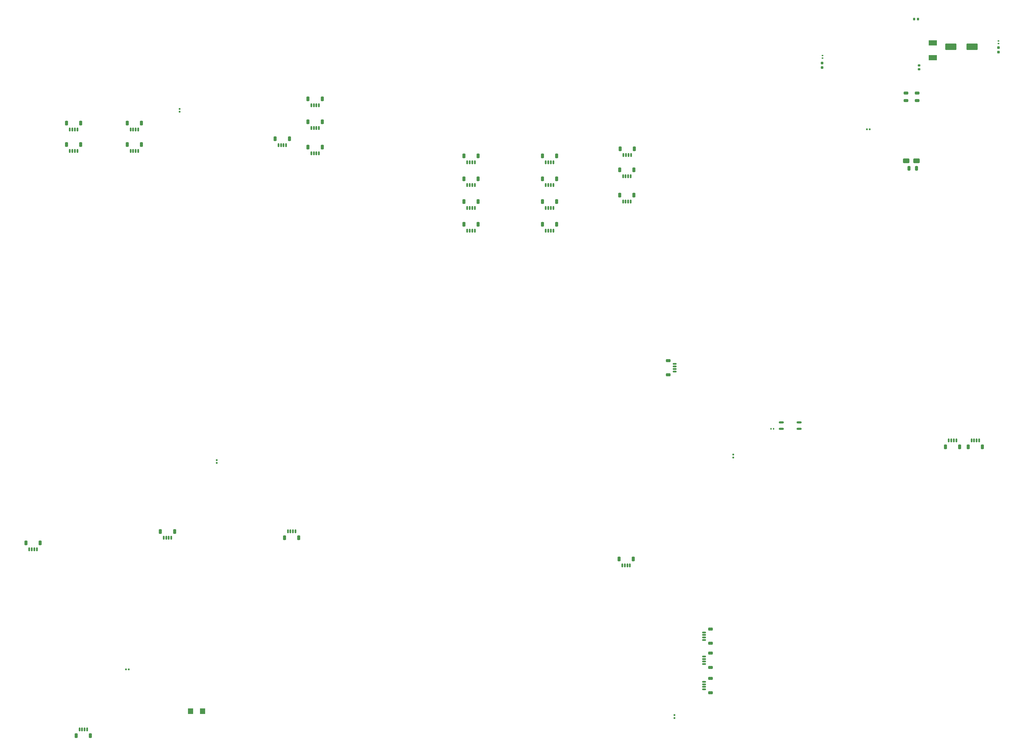
<source format=gbr>
%TF.GenerationSoftware,KiCad,Pcbnew,8.0.4*%
%TF.CreationDate,2025-04-25T16:11:04-06:00*%
%TF.ProjectId,motherboard_v1,6d6f7468-6572-4626-9f61-72645f76312e,rev?*%
%TF.SameCoordinates,Original*%
%TF.FileFunction,Paste,Top*%
%TF.FilePolarity,Positive*%
%FSLAX46Y46*%
G04 Gerber Fmt 4.6, Leading zero omitted, Abs format (unit mm)*
G04 Created by KiCad (PCBNEW 8.0.4) date 2025-04-25 16:11:04*
%MOMM*%
%LPD*%
G01*
G04 APERTURE LIST*
G04 Aperture macros list*
%AMRoundRect*
0 Rectangle with rounded corners*
0 $1 Rounding radius*
0 $2 $3 $4 $5 $6 $7 $8 $9 X,Y pos of 4 corners*
0 Add a 4 corners polygon primitive as box body*
4,1,4,$2,$3,$4,$5,$6,$7,$8,$9,$2,$3,0*
0 Add four circle primitives for the rounded corners*
1,1,$1+$1,$2,$3*
1,1,$1+$1,$4,$5*
1,1,$1+$1,$6,$7*
1,1,$1+$1,$8,$9*
0 Add four rect primitives between the rounded corners*
20,1,$1+$1,$2,$3,$4,$5,0*
20,1,$1+$1,$4,$5,$6,$7,0*
20,1,$1+$1,$6,$7,$8,$9,0*
20,1,$1+$1,$8,$9,$2,$3,0*%
G04 Aperture macros list end*
%ADD10RoundRect,0.250000X-0.650000X0.325000X-0.650000X-0.325000X0.650000X-0.325000X0.650000X0.325000X0*%
%ADD11RoundRect,0.135000X-0.185000X0.135000X-0.185000X-0.135000X0.185000X-0.135000X0.185000X0.135000X0*%
%ADD12RoundRect,0.150000X-0.625000X0.150000X-0.625000X-0.150000X0.625000X-0.150000X0.625000X0.150000X0*%
%ADD13RoundRect,0.250000X-0.650000X0.350000X-0.650000X-0.350000X0.650000X-0.350000X0.650000X0.350000X0*%
%ADD14RoundRect,0.150000X-0.150000X-0.625000X0.150000X-0.625000X0.150000X0.625000X-0.150000X0.625000X0*%
%ADD15RoundRect,0.250000X-0.350000X-0.650000X0.350000X-0.650000X0.350000X0.650000X-0.350000X0.650000X0*%
%ADD16RoundRect,0.135000X-0.135000X-0.185000X0.135000X-0.185000X0.135000X0.185000X-0.135000X0.185000X0*%
%ADD17RoundRect,0.155000X0.212500X0.155000X-0.212500X0.155000X-0.212500X-0.155000X0.212500X-0.155000X0*%
%ADD18RoundRect,0.150000X0.150000X0.625000X-0.150000X0.625000X-0.150000X-0.625000X0.150000X-0.625000X0*%
%ADD19RoundRect,0.250000X0.350000X0.650000X-0.350000X0.650000X-0.350000X-0.650000X0.350000X-0.650000X0*%
%ADD20RoundRect,0.155000X-0.155000X0.212500X-0.155000X-0.212500X0.155000X-0.212500X0.155000X0.212500X0*%
%ADD21O,2.000000X0.900000*%
%ADD22RoundRect,0.250000X-1.000000X-0.650000X1.000000X-0.650000X1.000000X0.650000X-1.000000X0.650000X0*%
%ADD23RoundRect,0.250000X-0.325000X-0.650000X0.325000X-0.650000X0.325000X0.650000X-0.325000X0.650000X0*%
%ADD24RoundRect,0.225000X0.225000X0.250000X-0.225000X0.250000X-0.225000X-0.250000X0.225000X-0.250000X0*%
%ADD25RoundRect,0.237500X0.237500X-0.287500X0.237500X0.287500X-0.237500X0.287500X-0.237500X-0.287500X0*%
%ADD26R,2.047000X2.192000*%
%ADD27RoundRect,0.150000X0.625000X-0.150000X0.625000X0.150000X-0.625000X0.150000X-0.625000X-0.150000X0*%
%ADD28RoundRect,0.250000X0.650000X-0.350000X0.650000X0.350000X-0.650000X0.350000X-0.650000X-0.350000X0*%
%ADD29RoundRect,0.250000X-1.950000X-1.000000X1.950000X-1.000000X1.950000X1.000000X-1.950000X1.000000X0*%
%ADD30R,3.320000X2.150000*%
%ADD31RoundRect,0.155000X0.155000X-0.212500X0.155000X0.212500X-0.155000X0.212500X-0.155000X-0.212500X0*%
%ADD32RoundRect,0.225000X0.250000X-0.225000X0.250000X0.225000X-0.250000X0.225000X-0.250000X-0.225000X0*%
G04 APERTURE END LIST*
D10*
%TO.C,C16*%
X366000000Y-32200000D03*
X366000000Y-35150000D03*
%TD*%
D11*
%TO.C,R1*%
X398085002Y-11595000D03*
X398085002Y-12615000D03*
%TD*%
D12*
%TO.C,C10*%
X282000000Y-245158274D03*
X282000000Y-246158274D03*
X282000000Y-247158274D03*
X282000000Y-248158274D03*
D13*
X284525000Y-243858274D03*
X284525000Y-249458274D03*
%TD*%
D14*
%TO.C,J40*%
X250000000Y-65000000D03*
X251000000Y-65000000D03*
X252000000Y-65000000D03*
X253000000Y-65000000D03*
D15*
X248700000Y-62475000D03*
X254300000Y-62475000D03*
%TD*%
D16*
%TO.C,R3*%
X308365000Y-164755000D03*
X309385000Y-164755000D03*
%TD*%
D14*
%TO.C,C6*%
X249700000Y-218675000D03*
X250700000Y-218675000D03*
X251700000Y-218675000D03*
X252700000Y-218675000D03*
D15*
X248400000Y-216150000D03*
X254000000Y-216150000D03*
%TD*%
D14*
%TO.C,J31*%
X188500000Y-77525000D03*
X189500000Y-77525000D03*
X190500000Y-77525000D03*
X191500000Y-77525000D03*
D15*
X187200000Y-75000000D03*
X192800000Y-75000000D03*
%TD*%
D17*
%TO.C,C18*%
X347344500Y-46511000D03*
X346209500Y-46511000D03*
%TD*%
D18*
%TO.C,C5*%
X38550000Y-283425000D03*
X37550000Y-283425000D03*
X36550000Y-283425000D03*
X35550000Y-283425000D03*
D19*
X39850000Y-285950000D03*
X34250000Y-285950000D03*
%TD*%
D14*
%TO.C,J27*%
X219500000Y-68525000D03*
X220500000Y-68525000D03*
X221500000Y-68525000D03*
X222500000Y-68525000D03*
D15*
X218200000Y-66000000D03*
X223800000Y-66000000D03*
%TD*%
D14*
%TO.C,C11*%
X68750000Y-207800000D03*
X69750000Y-207800000D03*
X70750000Y-207800000D03*
X71750000Y-207800000D03*
D15*
X67450000Y-205275000D03*
X73050000Y-205275000D03*
%TD*%
D14*
%TO.C,J29*%
X127000000Y-56000000D03*
X128000000Y-56000000D03*
X129000000Y-56000000D03*
X130000000Y-56000000D03*
D15*
X125700000Y-53475000D03*
X131300000Y-53475000D03*
%TD*%
D14*
%TO.C,J33*%
X219500000Y-86525000D03*
X220500000Y-86525000D03*
X221500000Y-86525000D03*
X222500000Y-86525000D03*
D15*
X218200000Y-84000000D03*
X223800000Y-84000000D03*
%TD*%
D14*
%TO.C,J26*%
X188500000Y-59525000D03*
X189500000Y-59525000D03*
X190500000Y-59525000D03*
X191500000Y-59525000D03*
D15*
X187200000Y-57000000D03*
X192800000Y-57000000D03*
%TD*%
D14*
%TO.C,J23*%
X55700000Y-55025000D03*
X56700000Y-55025000D03*
X57700000Y-55025000D03*
X58700000Y-55025000D03*
D15*
X54400000Y-52500000D03*
X60000000Y-52500000D03*
%TD*%
D14*
%TO.C,J25*%
X219500000Y-59525000D03*
X220500000Y-59525000D03*
X221500000Y-59525000D03*
X222500000Y-59525000D03*
D15*
X218200000Y-57000000D03*
X223800000Y-57000000D03*
%TD*%
D14*
%TO.C,C7*%
X15690000Y-212300000D03*
X16690000Y-212300000D03*
X17690000Y-212300000D03*
X18690000Y-212300000D03*
D15*
X14390000Y-209775000D03*
X19990000Y-209775000D03*
%TD*%
D20*
%TO.C,C22*%
X293517000Y-174941500D03*
X293517000Y-176076500D03*
%TD*%
D12*
%TO.C,C9*%
X282000000Y-264641726D03*
X282000000Y-265641726D03*
X282000000Y-266641726D03*
X282000000Y-267641726D03*
D13*
X284525000Y-263341726D03*
X284525000Y-268941726D03*
%TD*%
D14*
%TO.C,J34*%
X188500000Y-86525000D03*
X189500000Y-86525000D03*
X190500000Y-86525000D03*
X191500000Y-86525000D03*
D15*
X187200000Y-84000000D03*
X192800000Y-84000000D03*
%TD*%
D14*
%TO.C,J20*%
X55700000Y-46525000D03*
X56700000Y-46525000D03*
X57700000Y-46525000D03*
X58700000Y-46525000D03*
D15*
X54400000Y-44000000D03*
X60000000Y-44000000D03*
%TD*%
D20*
%TO.C,C21*%
X75000000Y-38432500D03*
X75000000Y-39567500D03*
%TD*%
D14*
%TO.C,J30*%
X219500000Y-77525000D03*
X220500000Y-77525000D03*
X221500000Y-77525000D03*
X222500000Y-77525000D03*
D15*
X218200000Y-75000000D03*
X223800000Y-75000000D03*
%TD*%
D21*
%TO.C,U1*%
X312440001Y-162180000D03*
X312440001Y-164720000D03*
X319440001Y-164720000D03*
X319440001Y-162180000D03*
%TD*%
D14*
%TO.C,J22*%
X127000000Y-46000000D03*
X128000000Y-46000000D03*
X129000000Y-46000000D03*
X130000000Y-46000000D03*
D15*
X125700000Y-43475000D03*
X131300000Y-43475000D03*
%TD*%
D22*
%TO.C,D7*%
X361750000Y-58900000D03*
X365750000Y-58900000D03*
%TD*%
D23*
%TO.C,C17*%
X362800000Y-61900000D03*
X365750000Y-61900000D03*
%TD*%
D11*
%TO.C,R2*%
X328665000Y-17345000D03*
X328665000Y-18365000D03*
%TD*%
D14*
%TO.C,J46*%
X250150000Y-56675000D03*
X251150000Y-56675000D03*
X252150000Y-56675000D03*
X253150000Y-56675000D03*
D15*
X248850000Y-54150000D03*
X254450000Y-54150000D03*
%TD*%
D18*
%TO.C,C3*%
X120750000Y-205250000D03*
X119750000Y-205250000D03*
X118750000Y-205250000D03*
X117750000Y-205250000D03*
D19*
X122050000Y-207775000D03*
X116450000Y-207775000D03*
%TD*%
D14*
%TO.C,J43*%
X250000000Y-75000000D03*
X251000000Y-75000000D03*
X252000000Y-75000000D03*
X253000000Y-75000000D03*
D15*
X248700000Y-72475000D03*
X254300000Y-72475000D03*
%TD*%
D24*
%TO.C,C13*%
X366382600Y-2976000D03*
X364832600Y-2976000D03*
%TD*%
D14*
%TO.C,J14*%
X114050000Y-52750000D03*
X115050000Y-52750000D03*
X116050000Y-52750000D03*
X117050000Y-52750000D03*
D15*
X112750000Y-50225000D03*
X118350000Y-50225000D03*
%TD*%
D25*
%TO.C,D5*%
X398115002Y-15965000D03*
X398115002Y-14215000D03*
%TD*%
D17*
%TO.C,C23*%
X54996500Y-259763000D03*
X53861500Y-259763000D03*
%TD*%
D18*
%TO.C,C4*%
X390500000Y-169316726D03*
X389500000Y-169316726D03*
X388500000Y-169316726D03*
X387500000Y-169316726D03*
D19*
X391800000Y-171841726D03*
X386200000Y-171841726D03*
%TD*%
D26*
%TO.C,D1*%
X84091000Y-276230000D03*
X79369000Y-276230000D03*
%TD*%
D12*
%TO.C,C2*%
X282000000Y-254650000D03*
X282000000Y-255650000D03*
X282000000Y-256650000D03*
X282000000Y-257650000D03*
D13*
X284525000Y-253350000D03*
X284525000Y-258950000D03*
%TD*%
D14*
%TO.C,J24*%
X31700000Y-55050000D03*
X32700000Y-55050000D03*
X33700000Y-55050000D03*
X34700000Y-55050000D03*
D15*
X30400000Y-52525000D03*
X36000000Y-52525000D03*
%TD*%
D27*
%TO.C,C8*%
X270325000Y-142141726D03*
X270325000Y-141141726D03*
X270325000Y-140141726D03*
X270325000Y-139141726D03*
D28*
X267800000Y-143441726D03*
X267800000Y-137841726D03*
%TD*%
D14*
%TO.C,J28*%
X188500000Y-68525000D03*
X189500000Y-68525000D03*
X190500000Y-68525000D03*
X191500000Y-68525000D03*
D15*
X187200000Y-66000000D03*
X192800000Y-66000000D03*
%TD*%
D29*
%TO.C,C12*%
X379350000Y-13900000D03*
X387750000Y-13900000D03*
%TD*%
D18*
%TO.C,C1*%
X381500000Y-169316726D03*
X380500000Y-169316726D03*
X379500000Y-169316726D03*
X378500000Y-169316726D03*
D19*
X382800000Y-171841726D03*
X377200000Y-171841726D03*
%TD*%
D20*
%TO.C,C20*%
X270279000Y-277811500D03*
X270279000Y-278946500D03*
%TD*%
D30*
%TO.C,L3*%
X372217500Y-12337000D03*
X372217500Y-18163000D03*
%TD*%
D14*
%TO.C,J21*%
X31700000Y-46525000D03*
X32700000Y-46525000D03*
X33700000Y-46525000D03*
X34700000Y-46525000D03*
D15*
X30400000Y-44000000D03*
X36000000Y-44000000D03*
%TD*%
D31*
%TO.C,C19*%
X89701000Y-178228500D03*
X89701000Y-177093500D03*
%TD*%
D14*
%TO.C,J19*%
X127000000Y-37000000D03*
X128000000Y-37000000D03*
X129000000Y-37000000D03*
X130000000Y-37000000D03*
D15*
X125700000Y-34475000D03*
X131300000Y-34475000D03*
%TD*%
D32*
%TO.C,C14*%
X366770000Y-22765000D03*
X366770000Y-21215000D03*
%TD*%
D10*
%TO.C,C15*%
X361600000Y-32175000D03*
X361600000Y-35125000D03*
%TD*%
D25*
%TO.C,D6*%
X328545000Y-22055000D03*
X328545000Y-20305000D03*
%TD*%
M02*

</source>
